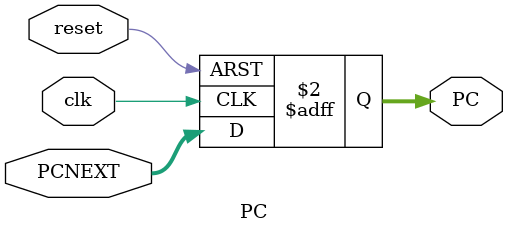
<source format=v>
`timescale 1ns/1ps;

module PC #(parameter WIDTH = 32)(
	input clk,
	input reset,
	input [WIDTH-1:0]PCNEXT,
	output reg [WIDTH-1:0]PC
);
	always @(posedge clk or posedge reset)
	begin
		if(reset)
		begin
			PC <= 'h0;
		end
		else begin
			PC <= PCNEXT;
		end
	end
endmodule
</source>
